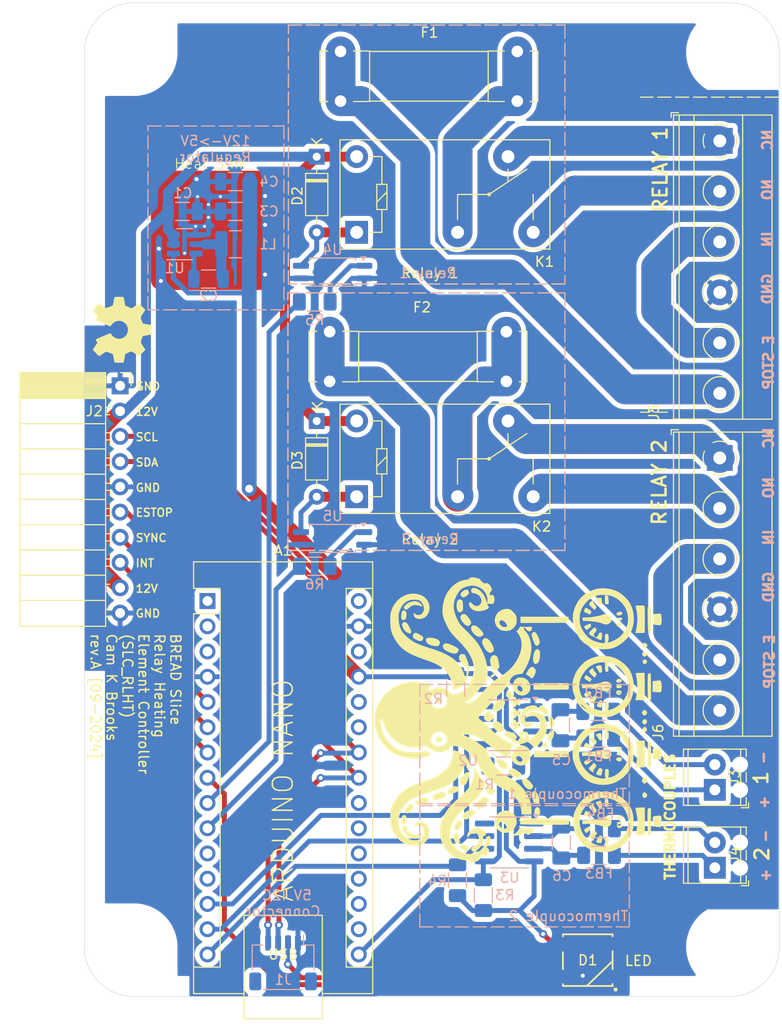
<source format=kicad_pcb>
(kicad_pcb (version 20240108) (generator "pcbnew") (generator_version "8.0")
  (layers (0 "F.Cu" signal) (31 "B.Cu" signal) (34 "B.Paste" user) (35 "F.Paste" user) (36 "B.SilkS" user "B.Silkscreen") (37 "F.SilkS" user "F.Silkscreen") (38 "B.Mask" user) (39 "F.Mask" user) (44 "Edge.Cuts" user))
  (net 0 "")
  (net 3 "GND")
  (net 5 "+5V")
  (net 6 "/LED")
  (net 7 "/I2C_CLK")
  (net 9 "/I2C_DAT")
  (net 11 "/SYNC")
  (net 13 "/E_STOP")
  (net 18 "+12V")
  (net 19 "/INT")
  (net 20 "/DATA")
  (net 21 "/CLK")
  (net 22 "/SS1")
  (net 23 "/SS2")
  (net 24 "/Relay1")
  (net 25 "/Relay2")
  (net 28 "Net-(U1-SW)")
  (net 29 "Net-(U1-BST)")
  (net 30 "unconnected-(A1-VIN-Pad30)")
  (net 32 "Net-(D2-A)")
  (net 33 "Net-(D3-A)")
  (net 34 "Net-(U2-T+)")
  (net 35 "Net-(U2-T-)")
  (net 36 "Net-(U3-T-)")
  (net 37 "Net-(U3-T+)")
  (net 38 "Net-(J6-Pin_6)")
  (net 39 "/Relay/IN")
  (net 40 "/Relay1/IN")
  (net 41 "/MAX31855K/T+")
  (net 42 "/MAX31855K/T-")
  (net 43 "/MAX31855K1/T+")
  (net 44 "/MAX31855K1/T-")
  (net 45 "/Relay/NO")
  (net 46 "/Relay/NC")
  (net 47 "Net-(J6-Pin_3)")
  (net 48 "/Relay1/NC")
  (net 49 "/Relay1/NO")
  (net 50 "Net-(R5-Pad2)")
  (net 51 "Net-(R6-Pad2)")
  (net 52 "Net-(J5-Pin_6)")
  (net 53 "Net-(J5-Pin_3)")
  (footprint "MountingHole:MountingHole_5mm" (layer "F.Cu") (at 127.6 44.8)
    (property "Reference" "H1" (hide yes))
    (property "Value" "MountingHole")
  )
  (footprint "MountingHole:MountingHole_5mm" (layer "F.Cu") (at 187.6 44.8)
    (property "Reference" "H3" (hide yes))
    (property "Value" "MountingHole")
  )
  (footprint "MountingHole:MountingHole_5mm" (layer "F.Cu") (at 127.6 134.8)
    (property "Reference" "H2" (hide yes))
    (property "Value" "MountingHole")
  )
  (footprint "MountingHole:MountingHole_5mm" (layer "F.Cu") (at 187.6 134.8)
    (property "Reference" "H4" (hide yes))
    (property "Value" "MountingHole")
  )
  (footprint "Module:Arduino_Nano" (layer "F.Cu") (at 135 100)
    (property "Reference" "A1")
    (property "Value" "Arduino_Nano_v3.x")
  )
  (footprint "Connector_PinSocket_2.54mm:PinSocket_1x10_P2.54mm_Horizontal" (layer "F.Cu") (at 126.2 78.35)
    (property "Reference" "J2")
    (property "Value" "Conn_01x10_Female")
  )
  (footprint "Symbol:OSHW-Symbol_6.7x6mm_SilkScreen" (layer "F.Cu") (at 126.4 72.7 -90)
    (property "Reference" "Logo1" (hide yes))
    (property "Value" "Logo_Open_Hardware_Small" (hide yes))
  )
  (footprint "LOGO" (layer "F.Cu") (at 166.547811 112.050736 90)
    (property "Reference" "G***")
    (property "Value" "LOGO" (hide yes))
  )
  (footprint "Diode_THT:D_DO-35_SOD27_P7.62mm_Horizontal" (layer "F.Cu") (at 146 81.89 -90)
    (property "Reference" "D3")
    (property "Value" "D")
  )
  (footprint "KML-Custom:Thermal Pad" (layer "F.Cu") (at 135.3 62.7)
    (property "Reference" "HS1")
    (property "Value" "Heatsink_Pad")
  )
  (footprint "TerminalBlock_Phoenix:TerminalBlock_Phoenix_MPT-0,5-2-2.54_1x02_P2.54mm_Horizontal" (layer "F.Cu") (at 186.1 119 90)
    (property "Reference" "J3")
    (property "Value" "Screw_Terminal_01x02")
  )
  (footprint "Fuse:Fuseholder_Clip-5x20mm_Bel_FC-203-22_Lateral_P17.80x5.00mm_D1.17mm_Horizontal" (layer "F.Cu") (at 147.3 72.9)
    (property "Reference" "F2")
    (property "Value" "10A")
  )
  (footprint "Relay_THT:Relay_SPDT_Omron-G5Q-1" (layer "F.Cu") (at 150.025 89.5)
    (property "Reference" "K2")
    (property "Value" "G5Q-1")
  )
  (footprint "SparkFun-LED:WS2812-5050-4PIN" (layer "F.Cu") (at 173.3 136.132769)
    (property "Reference" "D1")
    (property "Value" "WS2812B_5050")
  )
  (footprint "Fuse:Fuseholder_Clip-5x20mm_Bel_FC-203-22_Lateral_P17.80x5.00mm_D1.17mm_Horizontal" (layer "F.Cu") (at 148.4 44.7)
    (property "Reference" "F1")
    (property "Value" "10A")
  )
  (footprint "Diode_THT:D_DO-35_SOD27_P7.62mm_Horizontal" (layer "F.Cu") (at 146 55.29 -90)
    (property "Reference" "D2")
    (property "Value" "D")
  )
  (footprint "TerminalBlock_Phoenix:TerminalBlock_Phoenix_MKDS-1,5-6-5.08_1x06_P5.08mm_Horizontal" (layer "F.Cu") (at 186.6 53.7 -90)
    (property "Reference" "J5")
    (property "Value" "Screw_Terminal_01x06")
  )
  (footprint "TerminalBlock_Phoenix:TerminalBlock_Phoenix_MPT-0,5-2-2.54_1x02_P2.54mm_Horizontal" (layer "F.Cu") (at 186.1 126.84 90)
    (property "Reference" "J4")
    (property "Value" "Screw_Terminal_01x02")
  )
  (footprint "Relay_THT:Relay_SPDT_Omron-G5Q-1" (layer "F.Cu") (at 150.025 62.9)
    (property "Reference" "K1")
    (property "Value" "G5Q-1")
  )
  (footprint "TerminalBlock_Phoenix:TerminalBlock_Phoenix_MKDS-1,5-6-5.08_1x06_P5.08mm_Horizontal" (layer "F.Cu") (at 186.595 85.6 -90)
    (property "Reference" "J6")
    (property "Value" "Screw_Terminal_01x06")
  )
  (footprint "Package_SO:SOP-4_4.4x2.6mm_P1.27mm" (layer "B.Cu") (at 147.6 66.9 180)
    (property "Reference" "U4")
    (property "Value" "TCMT1100")
  )
  (footprint "Resistor_SMD:R_1206_3216Metric_Pad1.30x1.75mm_HandSolder" (layer "B.Cu") (at 162.78381 129.59 90)
    (property "Reference" "R3")
    (property "Value" "10k")
  )
  (footprint "Resistor_SMD:R_1206_3216Metric_Pad1.30x1.75mm_HandSolder" (layer "B.Cu") (at 160 108.85 90)
    (property "Reference" "R2")
    (property "Value" "10k")
  )
  (footprint "Connector_JST:JST_SH_SM04B-SRSS-TB_1x04-1MP_P1.00mm_Horizontal" (layer "B.Cu") (at 142.61 136.4 180)
    (property "Reference" "J1")
    (property "Value" "I2C_01x04")
  )
  (footprint "Resistor_SMD:R_1206_3216Metric_Pad1.30x1.75mm_HandSolder" (layer "B.Cu") (at 174.43381 125.59)
    (property "Reference" "FB3")
    (property "Value" "Ferrite_Bead_Small")
  )
  (footprint "Capacitor_SMD:C_1206_3216Metric" (layer "B.Cu") (at 137.8 60.8)
    (property "Reference" "C3")
    (property "Value" "22uF")
  )
  (footprint "Resistor_SMD:R_1206_3216Metric_Pad1.30x1.75mm_HandSolder" (layer "B.Cu") (at 160.18381 128.09 -90)
    (property "Reference" "R4")
    (property "Value" "10k")
  )
  (footprint "Resistor_SMD:R_1206_3216Metric_Pad1.30x1.75mm_HandSolder" (layer "B.Cu") (at 174.43381 122.9)
    (property "Reference" "FB4")
    (property "Value" "Ferrite_Bead_Small")
  )
  (footprint "Resistor_SMD:R_1206_3216Metric_Pad1.30x1.75mm_HandSolder" (layer "B.Cu") (at 145.8 69.9)
    (property "Reference" "R5")
    (property "Value" "180")
  )
  (footprint "Package_SO:SOIC-8_3.9x4.9mm_P1.27mm" (layer "B.Cu") (at 165.38381 124.29 180)
    (property "Reference" "U3")
    (property "Value" "MAX31855KASA")
  )
  (footprint "Capacitor_SMD:C_1206_3216Metric_Pad1.33x1.80mm_HandSolder" (layer "B.Cu") (at 170.55 112.5 90)
    (property "Reference" "C5")
    (property "Value" "0.01 uF")
  )
  (footprint "Capacitor_SMD:C_1206_3216Metric" (layer "B.Cu") (at 137.8 57.8)
    (property "Reference" "C4")
    (property "Value" "22uF")
  )
  (footprint "Resistor_SMD:R_1206_3216Metric_Pad1.30x1.75mm_HandSolder" (layer "B.Cu") (at 145.8 96.5)
    (property "Reference" "R6")
    (property "Value" "180")
  )
  (footprint "Inductor_SMD:L_1210_3225Metric" (layer "B.Cu") (at 137.8 64.1)
    (property "Reference" "L1")
    (property "Value" "4.7uH")
  )
  (footprint "Capacitor_SMD:C_1206_3216Metric" (layer "B.Cu") (at 132.5 60.8 180)
    (property "Reference" "C1")
    (property "Value" "22uF")
  )
  (footprint "Resistor_SMD:R_1206_3216Metric_Pad1.30x1.75mm_HandSolder" (layer "B.Cu") (at 174.35 111.1)
    (property "Reference" "FB2")
    (property "Value" "Ferrite_Bead_Small")
  )
  (footprint "Package_SO:SOP-4_4.4x2.6mm_P1.27mm" (layer "B.Cu") (at 147.6 93.7 180)
    (property "Reference" "U5")
    (property "Value" "TCMT1100")
  )
  (footprint "Package_SO:SOIC-8_3.9x4.9mm_P1.27mm" (layer "B.Cu") (at 165.3 112.49 180)
    (property "Reference" "U2")
    (property "Value" "MAX31855KASA")
  )
  (footprint "Package_TO_SOT_SMD:TSOT-23-6" (layer "B.Cu") (at 132.7 64.1)
    (property "Reference" "U1")
    (property "Value" "~")
  )
  (footprint "Resistor_SMD:R_1206_3216Metric_Pad1.30x1.75mm_HandSolder" (layer "B.Cu") (at 174.35 113.79)
    (property "Reference" "FB1")
    (property "Value" "Ferrite_Bead_Small")
  )
  (footprint "Capacitor_SMD:C_1206_3216Metric" (layer "B.Cu") (at 135.1 67.6 180)
    (property "Reference" "C2")
    (property "Value" "100nF")
  )
  (footprint "Resistor_SMD:R_1206_3216Metric_Pad1.30x1.75mm_HandSolder" (layer "B.Cu") (at 164.8 116.6 180)
    (property "Reference" "R1")
    (property "Value" "10k")
  )
  (footprint "Capacitor_SMD:C_1206_3216Metric_Pad1.33x1.80mm_HandSolder" (layer "B.Cu") (at 170.63381 124.3 90)
    (property "Reference" "C6")
    (property "Value" "0.01 uF")
  )
  (gr_rect (start 156.38381 108.39) (end 177.48381 120.39) (stroke (width 0.12) (type dash)) (fill none) (layer "B.SilkS"))
  (gr_rect (start 156.38381 120.59) (end 177.48381 132.79) (stroke (width 0.12) (type dash)) (fill none) (layer "B.SilkS"))
  (gr_rect (start 143.15 42.05) (end 171 68.1) (stroke (width 0.12) (type dash)) (fill none) (layer "B.SilkS"))
  (gr_rect (start 143.1 69) (end 171 94.9) (stroke (width 0.12) (type dash)) (fill none) (layer "B.SilkS"))
  (gr_rect (start 129 52.2) (end 142.7 70.7) (stroke (width 0.12) (type dash)) (fill none) (layer "B.SilkS"))
  (gr_line (start 192.475 49.3) (end 178.625 49.3) (stroke (width 0.12) (type dash)) (layer "F.SilkS"))
  (gr_rect (start 143.15 42.05) (end 171 68.1) (stroke (width 0.12) (type dash)) (fill none) (layer "F.SilkS"))
  (gr_line (start 181.325 81) (end 178.625 81) (stroke (width 0.12) (type dash)) (layer "F.SilkS"))
  (gr_rect (start 143.1 69) (end 171 94.9) (stroke (width 0.12) (type dash)) (fill none) (layer "F.SilkS"))
  (gr_line (start 192.6 44.8) (end 192.6 94.8) (stroke (width 0.05)) (layer "Edge.Cuts"))
  (gr_arc (start 192.6 134.8) (mid 191.135534 138.335534) (end 187.6 139.8) (stroke (width 0.05)) (layer "Edge.Cuts"))
  (gr_arc (start 122.6 44.8) (mid 124.064466 41.264466) (end 127.6 39.8) (stroke (width 0.05)) (layer "Edge.Cuts"))
  (gr_line (start 192.6 94.8) (end 192.6 134.8) (stroke (width 0.05)) (layer "Edge.Cuts"))
  (gr_line (start 122.6 134.8) (end 122.6 44.8) (stroke (width 0.05)) (layer "Edge.Cuts"))
  (gr_line (start 127.6 39.8) (end 152.6 39.8) (stroke (width 0.05)) (layer "Edge.Cuts"))
  (gr_arc (start 127.6 139.8) (mid 124.064466 138.335534) (end 122.6 134.8) (stroke (width 0.05)) (layer "Edge.Cuts"))
  (gr_line (start 152.6 139.8) (end 187.6 139.8) (stroke (width 0.05)) (layer "Edge.Cuts"))
  (gr_line (start 127.6 139.8) (end 152.6 139.8) (stroke (width 0.05)) (layer "Edge.Cuts"))
  (gr_line (start 152.6 39.8) (end 187.6 39.8) (stroke (width 0.05)) (layer "Edge.Cuts"))
  (gr_arc (start 187.6 39.8) (mid 191.135534 41.264466) (end 192.6 44.8) (stroke (width 0.05)) (layer "Edge.Cuts"))
  (gr_text "+" (at 191.35 127.6 -90) (layer "B.SilkS") (effects (font (size 1 1) (thickness 0.25)) (justify mirror)))
  (gr_text "NO" (at 191.5 88.599998 90) (layer "B.SilkS") (effects (font (size 1 1) (thickness 0.25)) (justify mirror)))
  (gr_text "Relay 2" (at 157.45 93.75 0) (layer "B.SilkS") (effects (font (size 1 1)) (justify mirror)))
  (gr_text "IN" (at 191.5 93.599999 90) (layer "B.SilkS") (effects (font (size 1 1) (thickness 0.25)) (justify mirror)))
  (gr_text "Thermocouple 1" (at 171.2 119.4 0) (layer "B.SilkS") (effects (font (size 1 1)) (justify mirror)))
  (gr_text "GND" (at 191.4 68.6 90) (layer "B.SilkS") (effects (font (size 1 1) (thickness 0.25)) (justify mirror)))
  (gr_text "Relay 1" (at 157.2 67 0) (layer "B.SilkS") (effects (font (size 1 1)) (justify mirror)))
  (gr_text "+" (at 191.2 120.25 -90) (layer "B.SilkS") (effects (font (size 1 1) (thickness 0.25)) (justify mirror)))
  (gr_text "5V I2C \nConnector" (at 142.61 131.8 0) (layer "B.SilkS") (effects (font (size 1 1)) (justify bottom mirror)))
  (gr_text "Thermocouple 2" (at 171.35 131.7 0) (layer "B.SilkS") (effects (font (size 1 1)) (justify mirror)))
  (gr_text "E STOP" (at 191.6 106.1 90) (layer "B.SilkS") (effects (font (size 1 1) (thickness 0.25)) (justify mirror)))
  (gr_text "NC" (at 191.4 53.6 90) (layer "B.SilkS") (effects (font (size 1 1) (thickness 0.25)) (justify mirror)))
  (gr_text "12V->5V\nRegulator" (at 135.8 55.9 0) (layer "B.SilkS") (effects (font (size 1 1)) (justify bottom mirror)))
  (gr_text "E STOP" (at 191.5 76 90) (layer "B.SilkS") (effects (font (size 1 1) (thickness 0.25)) (justify mirror)))
  (gr_text "NO" (at 191.4 58.599999 90) (layer "B.SilkS") (effects (font (size 1 1) (thickness 0.25)) (justify mirror)))
  (gr_text "-" (at 191.3 123.65 -90) (layer "B.SilkS") (effects (font (size 1 1) (thickness 0.25)) (justify mirror)))
  (gr_text "IN" (at 191.4 63.6 90) (layer "B.SilkS") (effects (font (size 1 1) (thickness 0.25)) (justify mirror)))
  (gr_text "GND" (at 191.5 98.599999 90) (layer "B.SilkS") (effects (font (size 1 1) (thickness 0.25)) (justify mirror)))
  (gr_text "NC" (at 191.5 83.599999 90) (layer "B.SilkS") (effects (font (size 1 1) (thickness 0.25)) (justify mirror)))
  (gr_text "-" (at 191.1 115.75 -90) (layer "B.SilkS") (effects (font (size 1 1) (thickness 0.25)) (justify mirror)))
  (gr_text "RELAY 2" (at 180.5 88.05 90) (layer "F.SilkS") (effects (font (size 1.4 1.4) (thickness 0.25))))
  (gr_text "GND" (at 129 88.6 0) (layer "F.SilkS") (effects (font (size 0.8 0.8))))
  (gr_text "RELAY 1" (at 180.6 56.6 90) (layer "F.SilkS") (effects (font (size 1.4 1.4) (thickness 0.25))))
  (gr_text "LED" (at 178.4 136.2 0) (layer "F.SilkS") (effects (font (size 1 1))))
  (gr_text "12V" (at 128.885715 98.75 0) (layer "F.SilkS") (effects (font (size 0.8 0.8))))
  (gr_text "Relay 2" (at 157.4 93.8 0) (layer "F.SilkS") (effects (font (size 1 1))))
  (gr_text "SYNC" (at 129.32381 93.65 0) (layer "F.SilkS") (effects (font (size 0.8 0.8))))
  (gr_text "GND" (at 129 101.25 0) (layer "F.SilkS") (effects (font (size 0.8 0.8))))
  (gr_text "BREAD Slice\nRelay Heating \nElement Controller\n(SLC_RLHT)\nCam K Brooks\nrev.A [09-2024]" (at 127.75 103.2 270) (layer "F.SilkS") (effects (font (size 1 1)) (justify left)))
  (gr_text "GND" (at 129 78.4 0) (layer "F.SilkS") (effects (font (size 0.8 0.8))))
  (gr_text "2" (at 190.85 125.45 90) (layer "F.SilkS") (effects (font (size 1.4 1.4) (thickness 0.25))))
  (gr_text "THERMOCOUPLES" (at 181.6 121.7 90) (layer "F.SilkS") (effects (font (size 1 1) (thickness 0.25))))
  (gr_text "ESTOP" (at 129.647619 91.1 0) (layer "F.SilkS") (effects (font (size 0.8 0.8))))
  (gr_text "1" (at 190.75 117.8 90) (layer "F.SilkS") (effects (font (size 1.4 1.4) (thickness 0.25))))
  (gr_text "Relay 1" (at 157.4 67 0) (layer "F.SilkS") (effects (font (size 1 1))))
  (gr_text "INT" (at 128.695238 96.2 0) (layer "F.SilkS") (effects (font (size 0.8 0.8))))
  (gr_text "SDA" (at 128.904762 86.05 0) (layer "F.SilkS") (effects (font (size 0.8 0.8))))
  (gr_text "SCL" (at 128.885715 83.5 0) (layer "F.SilkS") (effects (font (size 0.8 0.8))))
  (gr_text "ARDUINO NANO" (at 142.61 119.05 90) (layer "F.SilkS") (effects (font (size 2 2))))
  (gr_text "12V" (at 128.885715 80.95 0) (layer "F.SilkS") (effects (font (size 0.8 0.8))))
  (segment (start 172.8 137.7) (end 172.832769 137.732769) (width 0.5) (layer "F.Cu") (net 3))
  (segment (start 172.832769 137.732769) (end 175.877 137.732769) (width 0.5) (layer "F.Cu") (net 3))
  (via (at 140.8 62.15) (size 0.8) (drill 0.4) (layers "F.Cu" "B.Cu") (net 3))
  (via (at 140.8 59.25) (size 0.8) (drill 0.4) (layers "F.Cu" "B.Cu") (net 3))
  (via (at 134.7 62.3) (size 0.5) (drill 0.3) (layers "F.Cu" "B.Cu") (net 3))
  (via (at 130.3 67.8) (size 0.8) (drill 0.4) (layers "F.Cu" "B.Cu") (net 3))
  (via (at 130.1 64.55) (size 0.8) (drill 0.4) (layers "F.Cu" "B.Cu") (net 3))
  (via (at 135.1 60.1) (size 0.5) (drill 0.3) (layers "F.Cu" "B.Cu") (net 3))
  (via (at 133.8 62.3) (size 0.5) (drill 0.3) (layers "F.Cu" "B.Cu") (net 3))
  (via (at 133.9 57.55) (size 0.8) (drill 0.4) (layers "F.Cu" "B.Cu") (net 3))
  (via (at 172.8 137.7) (size 0.8) (drill 0.4) (layers "F.Cu" "B.Cu") (net 3))
  (via (at 134 59.3) (size 0.5) (drill 0.3) (layers "F.Cu" "B.Cu") (net 3))
  (via (at 136.3 59.3) (size 0.5) (drill 0.3) (layers "F.Cu" "B.Cu") (net 3))
  (via (at 132.7 65) (size 0.5) (drill 0.3) (layers "F.Cu" "B.Cu") (net 3))
  (via (at 140.8 67.15) (size 0.8) (drill 0.4) (layers "F.Cu" "B.Cu") (net 3))
  (via (at 135.1 61.4) (size 0.5) (drill 0.3) (layers "F.Cu" "B.Cu") (net 3))
  (segment (start 135.1 61.4) (end 135.1 61.6) (width 0.5) (layer "B.Cu") (net 3))
  (segment (start 133.8 62.3) (end 132.9 62.3) (width 0.5) (layer "B.Cu") (net 3))
  (segment (start 132.7 62.5) (end 132.7 63.2) (width 0.5) (layer "B.Cu") (net 3))
  (segment (start 133.8 62.3) (end 133.8 63.1125) (width 0.5) (layer "B.Cu") (net 3))
  (segment (start 135.1 61.9) (end 134.7 62.3) (width 0.5) (layer "B.Cu") (net 3))
  (segment (start 134.95 63.15) (end 135.1 63) (width 0.5) (layer "B.Cu") (net 3))
  (segment (start 134.7 62.3) (end 133.8 62.3) (width 0.5) (layer "B.Cu") (net 3))
  (segment (start 135.1 63) (end 135.1 61.6) (width 0.5) (layer "B.Cu") (net 3))
  (segment (start 136.325 60.8) (end 133.975 60.8) (width 0.5) (layer "B.Cu") (net 3))
  (segment (start 135.5 59.3) (end 137.2 59.3) (width 0.5) (layer "B.Cu") (net 3))
  (segment (start 136.3 59.3) (end 135.5 59.3) (width 0.5) (layer "B.Cu") (net 3))
  (segment (start 135.1 60.8) (end 135.1 60.1) (width 0.5) (layer "B.Cu") (net 3))
  (segment (start 132.7 63.2) (end 132.7 65) (width 0.5) (layer "B.Cu") (net 3))
  (segment (start 133.8375 63.15) (end 134.95 63.15) (width 0.5) (layer "B.Cu") (net 3))
  (segment (start 135.1 60.8) (end 135.1 61.4) (width 0.5) (layer "B.Cu") (net 3))
  (segment (start 135.1 61.6) (end 135.1 61.9) (width 0.5) (layer "B.Cu") (net 3))
  (segment (start 132.75 63.15) (end 132.7 63.2) (width 0.5) (layer "B.Cu") (net 3))
  (segment (start 133.8 63.1125) (end 133.8375 63.15) (width 0.5) (layer "B.Cu") (net 3))
  (segment (start 133.8375 63.15) (end 132.75 63.15) (width 0.5) (layer "B.Cu") (net 3))
  (segment (start 132.9 62.3) (end 132.7 62.5) (width 0.5) (layer "B.Cu") (net 3))
  (segment (start 144.4495 137.9) (end 166.91005 137.9) (width 0.5) (layer "F.Cu") (net 5))
  (segment (start 150.22 107.62) (end 150.24 107.62) (width 1.5) (layer "F.Cu") (net 5))
  (segment (start 143.1 136.5505) (end 144.4495 137.9) (width 0.5) (layer "F.Cu") (net 5))
  (segment (start 139.2 88.7) (end 147.9 97.4) (width 1.5) (layer "F.Cu") (net 5))
  (segment (start 166.91005 137.9) (end 170.277281 134.532769) (width 0.5) (layer "F.Cu") (net 5))
  (segment (start 169.832769 134.532769) (end 168.8 133.5) (width 0.5) (layer "F.Cu") (net 5))
  (segment (start 147.9 105.3) (end 150.22 107.62) (width 1.5) (layer "F.Cu") (net 5))
  (segment (start 170.723 134.532769) (end 169.832769 134.532769) (width 0.5) (layer "F.Cu") (net 5))
  (segment (start 147.9 97.4) (end 147.9 105.3) (width 1.5) (layer "F.Cu") (net 5))
  (segment (start 170.277281 134.532769) (end 170.723 134.532769) (width 0.5) (layer "F.Cu") (net 5))
  (via (at 168.8 133.5) (size 0.8) (drill 0.4) (layers "F.Cu" "B.Cu") (net 5))
  (via (at 139.2 88.7) (size 1.5) (drill 0.8) (layers "F.Cu" "B.Cu") (net 5))
  (via (at 143.1 136.5505) (size 0.8) (drill 0.4) (layers "F.Cu" "B.Cu") (net 5))
  (segment (start 166.35 115.82) (end 167.775 114.395) (width 0.5) (layer "B.Cu") (net 5))
  (segment (start 166.44 131.14) (end 162.78381 131.14) (width 0.5) (layer "B.Cu") (net 5))
  (segment (start 166.800001 114.395) (end 165.1 112.694999) (width 0.5) (layer "B.Cu") (net 5))
  (segment (start 167.9 126.23619) (end 167.9 129.68) (width 0.5) (layer "B.Cu") (net 5))
  (segment (start 166.395 126.195) (end 167.85881 126.195) (width 0.5) (layer "B.Cu") (net 5))
  (segment (start 139.2 88.7) (end 139.2 69) (width 1.5) (layer "B.Cu") (net 5))
  (segment (start 165.1 124.9) (end 166.395 126.195) (width 0.5) (layer "B.Cu") (net 5))
  (segment (start 167.9 129.68) (end 166.44 131.14) (width 0.5) (layer "B.Cu") (net 5))
  (segment (start 165.1 108.91005) (end 163.48995 107.3) (width 0.5) (layer "B.Cu") (net 5))
  (segment (start 139.25 60.825) (end 139.25 64.05) (width 1.5) (layer "B.Cu") (net 5))
  (segment (start 167.775 114.395) (end 166.800001 114.395) (width 0.5) (layer "B.Cu") (net 5))
  (segment (start 166.35 116.75) (end 165.1 118) (width 0.5) (layer "B.Cu") (net 5))
  (segment (start 139.25 64.05) (end 139.2 64.1) (width 1.5) (layer "B.Cu") (net 5))
  (segment (start 131.5625 67.509378) (end 133.053122 69) (width 0.5) (layer "B.Cu") (net 5))
  (segment (start 168.8 133.5) (end 166.44 131.14) (width 0.5) (layer "B.Cu") (net 5))
  (segment (start 131.5625 65.05) (end 131.5625 67.509378) (width 0.5) (layer "B.Cu") (net 5))
  (segment (start 139.2 69) (end 139.2 64.1) (width 1.5) (layer "B.Cu") (net 5))
  (segment (start 139.25 60.775) (end 139.275 60.8) (width 1.5) (layer "B.Cu") (net 5))
  (segment (start 139.25 57.825) (end 139.25 60.775) (width 1.5) (layer "B.Cu") (net 5))
  (segment (start 150.24 107.62) (end 159.68 107.62) (width 0.5) (layer "B.Cu") (net 5))
  (segment (start 166.35 116.6) (end 166.35 115.82) (width 0.5) (layer "B.Cu") (net 5))
  (segment (start 133.053122 69) (end 139.2 69) (width 0.5) (layer "B.Cu") (net 5))
  (segment (start 165.1 118) (end 165.1 124.9) (width 0.5) (layer "B.Cu") (net 5))
  (segment (start 139.275 64.025) (end 139.2 64.1) (width 1) (layer "B.Cu") (net 5))
  (segment (start 166.35 116.6) (end 166.35 116.75) (width 0.5) (layer "B.Cu") (net 5))
  (segment (start 139.275 57.8) (end 139.25 57.825) (width 1.5) (layer "B.Cu") (net 5))
  (segment (start 143.11 136.5405) (end 143.11 134.4) (width 0.5) (layer "B.Cu") (net 5))
  (segment (start 167.85881 126.195) (end 167.9 126.23619) (width 0.5) (layer "B.Cu") (net 5))
  (segment (start 139.275 60.8) (end 139.25 60.825) (width 1.5) (layer "B.Cu") (net 5))
  (segment (start 143.1 136.5505) (end 143.11 136.5405) (width 0.5) (layer "B.Cu") (net 5))
  (segment (start 165.1 112.694999) (end 165.1 108.91005) (width 0.5) (layer "B.Cu") (net 5))
  (segment (start 163.48995 107.3) (end 160 107.3) (width 0.5) (layer "B.Cu") (net 5))
  (segment (start 150.42 107.8) (end 150.24 107.62) (width 0.5) (layer "B.Cu") (net 5))
  (segment (start 159.68 107.62) (end 160 107.3) (width 0.5) (layer "B.Cu") (net 5))
  (segment (start 162.78381 131.14) (end 161.68381 131.14) (width 0.5) (layer "B.Cu") (net 5))
  (segment (start 161.68381 131.14) (end 160.18381 129.64) (width 0.5) (layer "B.Cu") (net 5))
  (segment (start 142.4 138.6) (end 167.2 138.6) (width 0.5) (layer "F.Cu") (net 6))
  (segment (start 135 117.78) (end 135.08 117.78) (width 0.5) (layer "F.Cu") (net 6))
  (segment (start 167.2 138.6) (end 169.6 136.2) (width 0.5) (layer "F.Cu") (net 6))
  (segment (start 174.209769 136.2) (end 175.877 134.532769) (width 0.5) (layer "F.Cu") (net 6))
  (segment (start 136.7 119.4) (end 136.7 132.9) (width 0.5) (layer "F.Cu") (net 6))
  (segment (start 169.6 136.2) (end 174.209769 136.2) (width 0.5) (layer "F.Cu") (net 6))
  (segment (start 136.7 132.9) (end 142.4 138.6) (width 0.5) (layer "F.Cu") (net 6))
  (segment (start 135.08 117.78) (end 136.7 119.4) (width 0.5) (layer "F.Cu") (net 6))
  (segment (start 150.24 115.24) (end 146.7 111.7) (width 0.5) (layer "F.Cu") (net 7))
  (segment (start 146.7 97.9) (end 132.23 83.43) (width 0.5) (layer "F.Cu") (net 7))
  (segment (start 141.1 132.6) (end 141.1 120.6) (width 0.5) (layer "F.Cu") (net 7))
  (segment (start 132.23 83.43) (end 126.2 83.43) (width 0.5) (layer "F.Cu") (net 7))
  (segment (start 141.1 120.6) (end 146.4 115.3) (width 0.5) (layer "F.Cu") (net 7))
  (segment (start 146.7 111.7) (end 146.7 97.9) (width 0.5) (layer "F.Cu") (net 7))
  (via (at 141.1 132.6) (size 0.8) (drill 0.4) (layers "F.Cu" "B.Cu") (net 7))
  (via (at 146.4 115.3) (size 0.8) (drill 0.4) (layers "F.Cu" "B.Cu") (net 7))
  (segment (start 150.18 115.3) (end 150.24 115.24) (width 0.5) (layer "B.Cu") (net 7))
  (segment (start 141.11 132.61) (end 141.1 132.6) (width 0.5) (layer "B.Cu") (net 7))
  (segment (start 141.11 134.4) (end 141.11 132.61) (width 0.5) (layer "B.Cu") (net 7))
  (segment (start 146.4 115.3) (end 150.18 115.3) (width 0.5) (layer "B.Cu") (net 7))
  (segment (start 150.24 117.78) (end 146 113.54) (width 0.5) (layer "F.Cu") (net 9))
  (segment (start 142.2 122) (end 142.2 132.6) (width 0.5) (layer "F.Cu") (net 9))
  (segment (start 146.4 117.8) (end 142.2 122) (width 0.5) (layer "F.Cu") (net 9))
  (segment (start 133.78005 85.97) (end 126.2 85.97) (width 0.5) (layer "F.Cu") (net 9))
  (segment (start 146 98.18995) (end 133.78005 85.97) (width 0.5) (layer "F.Cu") (net 9))
  (segment (start 146 113.54) (end 146 98.18995) (width 0.5) (layer "F.Cu") (net 9))
  (via (at 146.4 117.8) (size 0.8) (drill 0.4) (layers "F.Cu" "B.Cu") (net 9))
  (via (at 142.2 132.6) (size 0.8) (drill 0.4) (layers "F.Cu" "B.Cu") (net 9))
  (segment (start 150.22 117.8) (end 150.24 117.78) (width 0.5) (layer "B.Cu") (net 9))
  (segment (start 146.4 117.8) (end 150.22 117.8) (width 0.5) (layer "B.Cu") (net 9))
  (segment (start 142.11 132.69) (end 142.2 132.6) (width 0.5) (layer "B.Cu") (net 9))
  (segment (start 142.11 134.4) (end 142.11 132.69) (width 0.5) (layer "B.Cu") (net 9))
  (segment (start 128.4 108.64) (end 135 115.24) (width 0.5) (layer "F.Cu") (net 11))
  (segment (start 128.4 98.33) (end 128.4 108.64) (width 0.5) (layer "F.Cu") (net 11))
  (segment (start 126.2 96.13) (end 128.4 98.33) (width 0.5) (layer "F.Cu") (net 11))
  (segment (start 126.85 91.05) (end 129.8 94) (width 0.5) (layer "F.Cu") (net 13))
  (segment (start 129.8 94) (end 129.8 104.96) (width 0.5) (layer "F.Cu") (net 13))
  (segment (start 126.2 91.05) (end 126.85 91.05) (width 0.5) (layer "F.Cu") (net 13))
  (segment (start 129.8 104.96) (end 135 110.16) (width 0.5) (layer "F.Cu") (net 13))
  (segment (start 126.194415 80.89) (end 124.4 82.684415) (width 1.5) (layer "F.Cu") (net 18))
  (segment (start 146 55.3) (end 146 55.29) (width 1) (layer "F.Cu") (net 18))
  (segment (start 146 55.29) (end 150.015 55.29) (width 1) (layer "F.Cu") (net 18))
  (segment (start 145.99 81.9) (end 146 81.89) (width 1) (layer "F.Cu") (net 18))
  (segment (start 146 55.29) (end 142.8 58.49) (width 1) (layer "F.Cu") (net 18))
  (segment (start 146 81.89) (end 146 81.9) (width 1) (layer "F.Cu") (net 18))
  (segment (start 145.01 80.9) (end 146 81.89) (width 1) (layer "F.Cu") (net 18))
  (segment (start 142.8 78.69) (end 146 81.89) (width 1) (layer "F.Cu") (net 18))
  (segment (start 146 81.89) (end 150.015 81.89) (width 1) (layer "F.Cu") (net 18))
  (segment (start 126.2 80.89) (end 126.194415 80.89) (width 1.5) (layer "F.Cu") (net 18))
  (segment (start 124.4 82.684415) (end 124.4 96.875585) (width 1.5) (layer "F.Cu") (net 18))
  (segment (start 126.2 80.89) (end 126.21 80.9) (width 1) (layer "F.Cu") (net 18))
  (segment (start 124.4 96.875585) (end 126.194415 98.67) (width 1.5) (layer "F.Cu") (net 18))
  (segment (start 126.194415 98.67) (end 126.2 98.67) (width 1.5) (layer "F.Cu") (net 18))
  (segment (start 142.8 58.49) (end 142.8 78.69) (width 1) (layer "F.Cu") (net 18))
  (segment (start 128.8 78.8) (end 126.71 80.89) (width 1) (layer "B.Cu") (net 18))
  (segment (start 131.025 58.869365) (end 134.604365 55.29) (width 1) (layer "B.Cu") (net 18))
  (segment (start 126.71 80.89) (end 126.2 80.89) (width 1) (layer "B.Cu") (net 18))
  (segment (start 134.604365 55.29) (end 146 55.29) (width 1) (layer "B.Cu") (net 18))
  (segment (start 150.015 55.29) (end 150.025 55.28) (width 1) (layer "B.Cu") (net 18))
  (segment (start 131.025 60.8) (end 128.8 63.025) (width 1) (layer "B.Cu") (net 18))
  (segment (start 128.8 63.025) (end 128.8 78.8) (width 1) (layer "B.Cu") (net 18))
  (segment (start 150.015 81.89) (end 150.025 81.88) (width 1) (layer "B.Cu") (net 18))
  (segment (start 131.025 60.8) (end 131.025 62.6125) (width 1) (layer "B.Cu") (net 18))
  (segment (start 149.615 81.89) (end 149.625 81.88) (width 1) (layer "B.Cu") (net 18))
  (segment (start 131.5625 63.15) (end 131.5625 64.05) (width 1) (layer "B.Cu") (net 18))
  (segment (start 131.025 60.8) (end 131.025 58.869365) (width 1) (layer "B.Cu") (net 18))
  (segment (start 131.025 62.6125) (end 131.5625 63.15) (width 1) (layer "B.Cu") (net 18))
  (segment (start 129.1 96.49) (end 129.1 106.8) (width 0.5) (layer "F.Cu") (net 19))
  (segment (start 126.2 93.59) (end 129.1 96.49) (width 0.5) (layer "F.Cu") (net 19))
  (segment (start 129.1 106.8) (end 135 112.7) (width 0.5) (layer "F.Cu") (net 19))
  (segment (start 161.1 112.4) (end 161.1 123.6) (width 0.5) (layer "B.Cu") (net 20))
  (segment (start 136.36995 133.02) (end 145.23995 124.15) (width 0.5) (layer "B.Cu") (net 20))
  (segment (start 161.045 123.655) (end 162.90881 123.655) (width 0.5) (layer "B.Cu") (net 20))
  (segment (start 135 133.02) (end 136.36995 133.02) (width 0.5) (layer "B.Cu") (net 20))
  (segment (start 160.55 124.15) (end 161.045 123.655) (width 0.5) (layer "B.Cu") (net 20))
  (segment (start 162.825 111.855) (end 161.645 111.855) (width 0.5) (layer "B.Cu") (net 20))
  (segment (start 161.645 111.855) (end 161.1 112.4) (width 0.5) (layer "B.Cu") (net 20))
  (segment (start 161.1 123.6) (end 160.55 124.15) (width 0.5) (layer "B.Cu") (net 20))
  (segment (start 145.23995 124.15) (end 160.55 124.15) (width 0.5) (layer "B.Cu") (net 20))
  (segment (start 162.825 114.395) (end 162.825 116.175) (width 0.5) (layer "B.Cu") (net 21))
  (segment (start 164.4 117.75) (end 163.25 116.6) (width 0.5) (layer "B.Cu") (net 21))
  (segment (start 162.7 114.52) (end 162.825 114.395) (width 0.5) (layer "B.Cu") (net 21))
  (segment (start 164.4 125.678809) (end 164.4 117.75) (width 0.5) (layer "B.Cu") (net 21))
  (segment (start 157.76 128.04) (end 150.24 135.56) (width 0.5) (layer "B.Cu") (net 21))
  (segment (start 162.78381 128.04) (end 157.76 128.04) (width 0.5) (layer "B.Cu") (net 21))
  (segment (start 162.78381 126.32) (end 162.90881 126.195) (width 0.5) (layer "B.Cu") (net 21))
  (segment (start 162.90881 126.195) (end 163.883809 126.195) (width 0.5) (layer "B.Cu") (net 21))
  (segment (start 162.78381 128.04) (end 162.78381 126.32) (width 0.5) (layer "B.Cu") (net 21))
  (segment (start 163.883809 126.195) (end 164.4 125.678809) (width 0.5) (layer "B.Cu") (net 21))
  (segment (start 162.825 116.175) (end 163.25 116.6) (width 0.5) (layer "B.Cu") (net 21))
  (segment (start 163.799999 113.125) (end 162.825 113.125) (width 0.5) (layer "B.Cu") (net 22))
  (segment (start 160 110.4) (end 160 120) (width 0.5) (layer "B.Cu") (net 22))
  (segment (start 146.43 121.57) (end 137.52 130.48) (width 0.5) (layer "B.Cu") (net 22))
  (segment (start 161.5 108.9) (end 164.1 108.9) (width 0.5) (layer "B.Cu") (net 22))
  (segment (start 158.43 121.57) (end 146.43 121.57) (width 0.5) (layer "B.Cu") (net 22))
  (segment (start 164.4 112.524999) (end 163.799999 113.125) (width 0.5) (layer "B.Cu") (net 22))
  (segment (start 160 120) (end 158.43 121.57) (width 0.5) (layer "B.Cu") (net 22))
  (segment (start 137.52 130.48) (end 135 130.48) (width 0.5) (layer "B.Cu") (net 22))
  (segment (start 164.4 109.2) (end 164.4 112.524999) (width 0.5) (layer "B.Cu") (net 22))
  (segment (start 159.9 110.5) (end 161.5 108.9) (width 0.5) (layer "B.Cu") (net 22))
  (segment (start 164.1 108.9) (end 164.4 109.2) (width 0.5) (layer "B.Cu") (net 22))
  (segment (start 160.03381 126.69) (end 160.18381 126.54) (width 0.5) (layer "B.Cu") (net 23))
  (segment (start 135 135.3799) (end 135 135.56) (width 0.5) (layer "B.Cu") (net 23))
  (segment (start 160.18381 126.54) (end 161.79881 124.925) (width 0.5) (layer "B.Cu") (net 23))
  (segment (start 143.87 126.69) (end 160.03381 126.69) (width 0.5) (layer "B.Cu") (net 23))
  (segment (start 161.79881 124.925) (end 162.90881 124.925) (width 0.5) (layer "B.Cu") (net 23))
  (segment (start 135 135.56) (end 143.87 126.69) (width 0.5) (layer "B.Cu") (net 23))
  (segment (start 141.2 72.95) (end 141.2 114.12) (width 0.5) (layer "B.Cu") (net 24))
  (segment (start 144.25 69.9) (end 141.2 72.95) (width 0.5) (layer "B.Cu") (net 24))
  (segment (start 141.2 114.12) (end 135 120.32) (width 0.5) (layer "B.Cu") (net 24))
  (segment (start 141.9 115.96) (end 135 122.86) (width 0.5) (layer "B.Cu") (net 25))
  (segment (start 144.25 96.5) (end 141.9 98.85) (width 0.5) (layer "B.Cu") (net 25))
  (segment (start 141.9 98.85) (end 141.9 115.96) (width 0.5) (layer "B.Cu") (net 25))
  (segment (start 136.4 67.425) (end 136.575 67.6) (width 1) (layer "B.Cu") (net 28))
  (segment (start 136.4 64.1) (end 134.756238 64.1) (width 1) (layer "B.Cu") (net 28))
  (segment (start 136.4 64.1) (end 136.4 67.425) (width 1) (layer "B.Cu") (net 28))
  (segment (start 133.625 65.2625) (end 133.8375 65.05) (width 0.5) (layer "B.Cu") (net 29))
  (segment (start 133.625 67.6) (end 133.625 65.2625) (width 0.5) (layer "B.Cu") (net 29))
  (segment (start 150.257 100.017) (end 150.24 100) (width 1.5) (layer "B.Cu") (net 30))
  (segment (start 146 62.91) (end 150.015 62.91) (width 1) (layer "F.Cu") (net 32))
  (segment (start 146 64.6775) (end 146 62.91) (width 0.5) (layer "B.Cu") (net 32))
  (segment (start 144.4125 66.265) (end 146 64.6775) (width 0.5) (layer "B.Cu") (net 32))
  (segment (start 150.015 62.91) (end 150.025 62.9) (width 1) (layer "B.Cu") (net 32))
  (segment (start 146 89.51) (end 150.015 89.51) (width 1) (layer "F.Cu") (net 33))
  (segment (start 144.4125 93.065) (end 144.4125 91.0975) (width 0.5) (layer "B.Cu") (net 33))
  (segment (start 149.615 89.51) (end 149.625 89.5) (width 1) (layer "B.Cu") (net 33))
  (segment (start 150.015 89.51) (end 150.025 89.5) (width 1) (layer "B.Cu") (net 33))
  (segment (start 144.4125 91.0975) (end 146 89.51) (width 0.5) (layer "B.Cu") (net 33))
  (segment (start 170.8225 113.79) (end 170.55 114.0625) (width 0.5) (layer "B.Cu") (net 34))
  (segment (start 167.775 113.125) (end 169.6125 113.125) (width 0.5) (layer "B.Cu") (net 34))
  (segment (start 172.8 113.79) (end 170.8225 113.79) (width 0.5) (layer "B.Cu") (net 34))
  (segment (start 169.6125 113.125) (end 170.55 114.0625) (width 0.5) (layer "B.Cu") (net 34))
  (segment (start 170.7125 111.1) (end 170.55 110.9375) (width 0.5) (layer "B.Cu") (net 35))
  (segment (start 170.55 110.9375) (end 169.6325 111.855) (width 0.5) (layer "B.Cu") (net 35))
  (segment (start 169.6325 111.855) (end 167.775 111.855) (width 0.5) (layer "B.Cu") (net 35))
  (segment (start 172.8 111.1) (end 170.7125 111.1) (width 0.5) (layer "B.Cu") (net 35))
  (segment (start 170.79631 122.9) (end 170.63381 122.7375) (width 0.5) (layer "B.Cu") (net 36))
  (segment (start 169.71631 123.655) (end 167.85881 123.655) (width 0.5) (layer "B.Cu") (net 36))
  (segment (start 172.88381 122.9) (end 170.79631 122.9) (width 0.5) (layer "B.Cu") (net 36))
  (segment (start 170.63381 122.7375) (end 169.71631 123.655) (width 0.5) (layer "B.Cu") (net 36))
  (segment (start 169.69631 124.925) (end 167.85881 124.925) (width 0.5) (layer "B.Cu") (net 37))
  (segment (start 170.90631 125.59) (end 170.63381 125.8625) (width 0.5) (layer "B.Cu") (net 37))
  (segment (start 170.63381 125.8625) (end 169.69631 124.925) (width 0.5) (layer "B.Cu") (net 37))
  (segment (start 172.88381 125.59) (end 170.90631 125.59) (width 0.5) (layer "B.Cu") (net 37))
  (segment (start 165.9 94.2) (end 158.9 94.2) (width 3) (layer "F.Cu") (net 38))
  (segment (start 155.935 91.235) (end 155.935 81.8923) (width 3) (layer "F.Cu") (net 38))
  (segment (start 158.9 94.2) (end 155.935 91.235) (width 3) (layer "F.Cu") (net 38))
  (segment (start 155.935 81.8923) (end 151.9427 77.9) (width 3) (layer "F.Cu") (net 38))
  (segment (start 151.9427 77.9) (end 147.3 77.9) (width 3) (layer "F.Cu") (net 38))
  (segment (start 182.7 111) (end 165.9 94.2) (width 3) (layer "F.Cu") (net 38))
  (segment (start 147.3 77.9) (end 147.3 72.9) (width 3) (layer "F.Cu") (net 38))
  (segment (start 186.595 111) (end 182.7 111) (width 3) (layer "F.Cu") (net 38))
  (segment (start 165.9 94.2) (end 182.7 111) (width 3) (layer "B.Cu") (net 38))
  (segment (start 147.3 77.9) (end 151.9427 77.9) (width 3) (layer "B.Cu") (net 38))
  (segment (start 182.7 111) (end 186.595 111) (width 3) (layer "B.Cu") (net 38))
  (segment (start 158.9 94.2) (end 165.9 94.2) (width 3) (layer "B.Cu") (net 38))
  (segment (start 151.9427 77.9) (end 155.9 81.8573) (width 3) (layer "B.Cu") (net 38))
  (segment (start 155.9 91.2) (end 158.9 94.2) (width 3) (layer "B.Cu") (net 38))
  (segment (start 147.3 77.9) (end 147.3 72.9) (width 3) (layer "B.Cu") (net 38))
  (segment (start 155.9 81.8573) (end 155.9 91.2) (width 3) (layer "B.Cu") (net 38))
  (segment (start 166.2 49.7) (end 166.2 44.7) (width 3) (layer "F.Cu") (net 39))
  (segment (start 160.185 53.8723) (end 164.3573 49.7) (width 3) (layer "F.Cu") (net 39))
  (segment (start 160.185 62.9) (end 160.185 53.8723) (width 3) (layer "F.Cu") (net 39))
  (segment (start 164.3573 49.7) (end 166.2 49.7) (width 3) (layer "F.Cu") (net 39))
  (segment (start 166.2 49.7) (end 166.2 44.7) (width 3) (layer "B.Cu") (net 39))
  (segment (start 166.2 49.7) (end 164.3573 49.7) (width 3) (layer "B.Cu") (net 39))
  (segment (start 160.185 53.8723) (end 160.185 62.9) (width 3) (layer "B.Cu") (net 39))
  (segment (start 164.3573 49.7) (end 160.185 53.8723) (width 3) (layer "B.Cu") (net 39))
  (segment (start 160.185 80.5723) (end 160.185 89.5) (width 3) (layer "F.Cu") (net 40))
  (segment (start 162.8573 77.9) (end 160.185 80.5723) (width 3) (layer "F.Cu") (net 40))
  (segment (start 165.1 77.9) (end 165.1 72.9) (width 3) (layer "F.Cu") (net 40))
  (segment (start 165.1 77.9) (end 162.8573 77.9) (width 3) (layer "F.Cu") (net 40))
  (segment (start 162.8573 77.9) (end 160.15 80.6073) (width 3) (layer "B.Cu") (net 40))
  (segment (start 160.15 89.239592) (end 160.297704 89.387296) (width 3) (layer "B.Cu") (net 40))
  (segment (start 165.1 77.9) (end 165.1 72.9) (width 3) (layer "B.Cu") (net 40))
  (segment (start 165.1 77.9) (end 162.8573 77.9) (width 3) (layer "B.Cu") (net 40))
  (segment (start 160.15 80.6073) (end 160.15 89.239592) (width 3) (layer "B.Cu") (net 40))
  (segment (start 175.9 113.79) (end 181.11 119) (width 0.5) (layer "B.Cu") (net 41))
  (segment (start 181.11 119) (end 186.1 119) (width 0.5) (layer "B.Cu") (net 41))
  (segment (start 181.26 116.46) (end 175.9 111.1) (width 0.5) (layer "B.Cu") (net 42))
  (segment (start 186.1 116.46) (end 181.26 116.46) (width 0.5) (layer "B.Cu") (net 42))
  (segment (start 175.98381 125.59) (end 184.85 125.59) (width 0.5) (layer "B.Cu") (net 43))
  (segment (start 184.85 125.59) (end 186.1 126.84) (width 0.5) (layer "B.Cu") (net 43))
  (segment (start 184.5 122.9) (end 175.98381 122.9) (width 0.5) (layer "B.Cu") (net 44))
  (segment (start 186.1 124.3) (end 185.9 124.3) (width 0.5) (layer "B.Cu") (net 44))
  (segment (start 185.9 124.3) (end 184.5 122.9) (width 0.5) (layer "B.Cu") (net 44))
  (segment (start 172.005 58.7) (end 167.805 62.9) (width 3) (layer "F.Cu") (net 45))
  (segment (start 186.6 58.78) (end 186.52 58.7) (width 3) (layer "F.Cu") (net 45))
  (segment (start 186.52 58.7) (end 172.005 58.7) (width 3) (layer "F.Cu") (net 45))
  (segment (start 186.52 58.7) (end 186.6 58.78) (width 3) (layer "B.Cu") (net 45))
  (segment (start 172.005 58.7) (end 186.52 58.7) (width 3) (layer "B.Cu") (net 45))
  (segment (start 167.805 62.9) (end 172.005 58.7) (width 3) (layer "B.Cu") (net 45))
  (segment (start 186.6 53.7) (end 166.845 53.7) (width 3) (layer "F.Cu") (net 46))
  (segment (start 166.845 53.7) (end 165.265 55.28) (width 3) (layer "F.Cu") (net 46))
  (segment (start 166.845 53.7) (end 186.6 53.7) (width 3) (layer "B.Cu") (net 46))
  (segment (start 165.265 55.28) (end 166.845 53.7) (width 3) (layer "B.Cu") (net 46))
  (segment (start 183.34 95.76) (end 181.4 97.7) (width 3) (layer "F.Cu") (net 47))
  (segment (start 181.4 97.7) (end 181.4 103.05) (width 3) (layer "F.Cu") (net 47))
  (segment (start 184.27 105.92) (end 186.595 105.92) (width 3) (layer "F.Cu") (net 47))
  (segment (start 186.595 95.76) (end 183.34 95.76) (width 3) (layer "F.Cu") (net 47))
  (segment (start 181.4 103.05) (end 184.27 105.92) (width 3) (layer "F.Cu") (net 47))
  (segment (start 183.34 95.76) (end 186.595 95.76) (width 3) (layer "B.Cu") (net 47))
  (segment (start 181.4 103) (end 181.4 97.7) (width 3) (layer "B.Cu") (net 47))
  (segment (start 181.4 97.7) (end 183.34 95.76) (width 3) (layer "B.Cu") (net 47))
  (segment (start 186.595 105.92) (end 184.32 105.92) (width 3) (layer "B.Cu") (net 47))
  (segment (start 184.32 105.92) (end 181.4 103) (width 3) (layer "B.Cu") (net 47))
  (segment (start 184.695 83.7) (end 186.595 85.6) (width 3) (layer "F.Cu") (net 48))
  (segment (start 165.265 81.88) (end 167.085 83.7) (width 3) (layer "F.Cu") (net 48))
  (segment (start 167.085 83.7) (end 184.695 83.7) (width 3) (layer "F.Cu") (net 48))
  (segment (start 184.695 83.7) (end 186.595 85.6) (width 3) (layer "B.Cu") (net 48))
  (segment (start 165.265 81.88) (end 167.085 83.7) (width 3) (layer "B.Cu") (net 48))
  (segment (start 167.085 83.7) (end 184.695 83.7) (width 3) (layer "B.Cu") (net 48))
  (segment (start 168.605 88.7) (end 167.805 89.5) (width 3) (layer "F.Cu") (net 49))
  (segment (start 184.615 88.7) (end 168.605 88.7) (width 3) (layer "F.Cu") (net 49))
  (segment (start 186.595 90.68) (end 184.615 88.7) (width 3) (layer "F.Cu") (net 49))
  (segment (start 168.605 88.7) (end 184.615 88.7) (width 3) (layer "B.Cu") (net 49))
  (segment (start 184.615 88.7) (end 186.595 90.68) (width 3) (layer "B.Cu") (net 49))
  (segment (start 167.805 89.5) (end 168.605 88.7) (width 3) (layer "B.Cu") (net 49))
  (segment (start 147.35 69.9) (end 147.35 68.35) (width 0.5) (layer "B.Cu") (net 50))
  (segment (start 147.35 68.35) (end 149.435 66.265) (width 0.5) (layer "B.Cu") (net 50))
  (segment (start 150.7875 66.265) (end 149.435 66.265) (width 0.5) (layer "B.Cu") (net 50))
  (segment (start 149.91 93.065) (end 150.7875 93.065) (width 0.5) (layer "B.Cu") (net 51))
  (segment (start 147.35 96.5) (end 147.35 95.625) (width 0.5) (layer "B.Cu") (net 51))
  (segment (start 147.35 95.625) (end 149.91 93.065) (width 0.5) (layer "B.Cu") (net 51))
  (segment (start 148.4 49.7) (end 148.4 44.7) (width 3) (layer "F.Cu") (net 52))
  (segment (start 186.6 79.1) (end 186.2 78.7) (width 3) (layer "F.Cu") (net 52))
  (segment (start 155.935 64.660408) (end 155.935 55.1923) (width 3) (layer "F.Cu") (net 52))
  (segment (start 186.2 78.7) (end 177.1 78.7) (width 3) (layer "F.Cu") (net 52))
  (segment (start 155.935 55.1923) (end 150.4427 49.7) (width 3) (layer "F.Cu") (net 52))
  (segment (start 165.55 67.15) (end 158.424592 67.15) (width 3) (layer "F.Cu") (net 52))
  (segment (start 177.1 78.7) (end 165.55 67.15) (width 3) (layer "F.Cu") (net 52))
  (segment (start 150.4427 49.7) (end 148.4 49.7) (width 3) (layer "F.Cu") (net 52))
  (segment (start 158.424592 67.15) (end 155.935 64.660408) (width 3) (layer "F.Cu") (net 52))
  (segment (start 155.935 64.660408) (end 155.935 55.1923) (width 3) (layer "B.Cu") (net 52))
  (segment (start 148.4 49.7) (end 148.4 44.7) (width 3) (layer "B.Cu") (net 52))
  (segment (start 177.089592 78.7) (end 165.539592 67.15) (width 3) (layer "B.Cu") (net 52))
  (segment (start 158.424592 67.15) (end 155.935 64.660408) (width 3) (layer "B.Cu") (net 52))
  (segment (start 165.539592 67.15) (end 158.424592 67.15) (width 3) (layer "B.Cu") (net 52))
  (segment (start 186.2 78.7) (end 177.089592 78.7) (width 3) (layer "B.Cu") (net 52))
  (segment (start 155.935 55.1923) (end 150.4427 49.7) (width 3) (layer "B.Cu") (net 52))
  (segment (start 150.4427 49.7) (end 148.4 49.7) (width 3) (layer "B.Cu") (net 52))
  (segment (start 186.6 79.1) (end 186.2 78.7) (width 3) (layer "B.Cu") (net 52))
  (segment (start 180.2 66.4) (end 180.2 70.8) (width 3) (layer "F.Cu") (net 53))
  (segment (start 180.2 70.8) (end 183.42 74.02) (width 3) (layer "F.Cu") (net 53))
  (segment (start 186.6 63.86) (end 182.74 63.86) (width 3) (layer "F.Cu") (net 53))
  (segment (start 183.42 74.02) (end 186.6 74.02) (width 3) (layer "F.Cu") (net 53))
  (segment (start 182.74 63.86) (end 180.2 66.4) (width 3) (layer "F.Cu") (net 53))
  (segment (start 182.74 63.86) (end 180.2 66.4) (width 3) (layer "B.Cu") (net 53))
  (segment (start 180.2 70.8) (end 183.42 74.02) (width 3) (layer "B.Cu") (net 53))
  (segment (start 183.42 74.02) (end 186.6 74.02) (width 3) (layer "B.Cu") (net 53))
  (segment (start 186.6 63.86) (end 182.74 63.86) (width 3) (layer "B.Cu") (net 53))
  (segment (start 180.2 66.4) (end 180.2 70.8) (width 3) (layer "B.Cu") (net 53))
  (zone (net 3) (net_name "GND") (layer "B.Cu") (connect_pads (clearance 0.5)) (min_thickness 0.25) (fill yes (thermal_gap 0.5) (thermal_bridge_width 0.5))
    (polygon (pts (xy 192.6 139.8) (xy 122.6 139.8) (xy 122.6 39.8) (xy 192.6 39.8)))
  )
)
</source>
